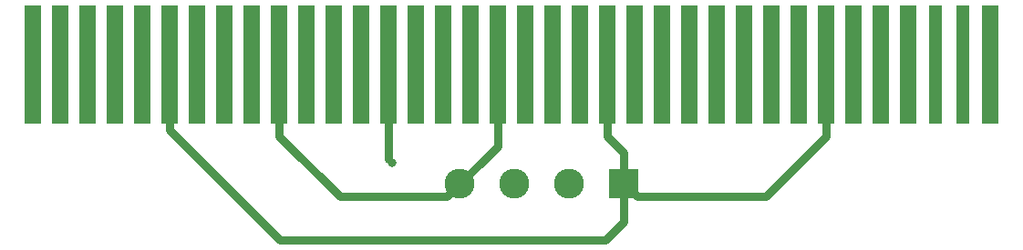
<source format=gbr>
%TF.GenerationSoftware,KiCad,Pcbnew,8.0.2*%
%TF.CreationDate,2024-05-13T11:46:23-04:00*%
%TF.ProjectId,IBM-PS2-Model-70-HDD-Power-adapter,49424d2d-5053-4322-9d4d-6f64656c2d37,rev?*%
%TF.SameCoordinates,Original*%
%TF.FileFunction,Copper,L1,Top*%
%TF.FilePolarity,Positive*%
%FSLAX46Y46*%
G04 Gerber Fmt 4.6, Leading zero omitted, Abs format (unit mm)*
G04 Created by KiCad (PCBNEW 8.0.2) date 2024-05-13 11:46:23*
%MOMM*%
%LPD*%
G01*
G04 APERTURE LIST*
%TA.AperFunction,SMDPad,CuDef*%
%ADD10R,1.600000X11.000000*%
%TD*%
%TA.AperFunction,SMDPad,CuDef*%
%ADD11R,1.200000X11.000000*%
%TD*%
%TA.AperFunction,ComponentPad*%
%ADD12R,2.780000X2.780000*%
%TD*%
%TA.AperFunction,ComponentPad*%
%ADD13C,2.780000*%
%TD*%
%TA.AperFunction,ViaPad*%
%ADD14C,0.800000*%
%TD*%
%TA.AperFunction,Conductor*%
%ADD15C,0.800000*%
%TD*%
%TA.AperFunction,Conductor*%
%ADD16C,0.500000*%
%TD*%
%TA.AperFunction,Conductor*%
%ADD17C,0.200000*%
%TD*%
G04 APERTURE END LIST*
D10*
X187962651Y-79724598D03*
D11*
X185422651Y-79724598D03*
X182882651Y-79724598D03*
D10*
X180342651Y-79724598D03*
X177802651Y-79724598D03*
X175262651Y-79724598D03*
X172722651Y-79724598D03*
X170182651Y-79724598D03*
X167642651Y-79724598D03*
X165102651Y-79724598D03*
X162562651Y-79724598D03*
X160022651Y-79724598D03*
X157482651Y-79724598D03*
X154942651Y-79724598D03*
X152402651Y-79724598D03*
X149862651Y-79724598D03*
X147322651Y-79724598D03*
X144782651Y-79724598D03*
X142242651Y-79724598D03*
X139702651Y-79724598D03*
X137162651Y-79724598D03*
X134622651Y-79724598D03*
X132082651Y-79724598D03*
X129542651Y-79724598D03*
X127002651Y-79724598D03*
X124462651Y-79724598D03*
X121922651Y-79724598D03*
X119382651Y-79724598D03*
X116842651Y-79724598D03*
X114302651Y-79724598D03*
X111762651Y-79724598D03*
X109222651Y-79724598D03*
X106682651Y-79724598D03*
X104142651Y-79724598D03*
X101602651Y-79724598D03*
X99062651Y-79724598D03*
D12*
X153950000Y-90810000D03*
D13*
X148870000Y-90810000D03*
X143790000Y-90810000D03*
X138710000Y-90810000D03*
D14*
X132442651Y-88820000D03*
D15*
X121920000Y-86360000D02*
X127560000Y-92000000D01*
X127560000Y-92000000D02*
X137520000Y-92000000D01*
D16*
X121922651Y-86357349D02*
X121920000Y-86360000D01*
D15*
X121922651Y-79724598D02*
X121922651Y-86357349D01*
X142242651Y-79724598D02*
X142242651Y-87277349D01*
X137520000Y-92000000D02*
X142242651Y-87277349D01*
X167080000Y-92000000D02*
X155140000Y-92000000D01*
X153950000Y-90810000D02*
X153950000Y-87910000D01*
X152240000Y-96000000D02*
X122000000Y-96000000D01*
D16*
X152402651Y-86357349D02*
X152400000Y-86360000D01*
D15*
X155140000Y-92000000D02*
X153950000Y-90810000D01*
X172722651Y-86357349D02*
X167080000Y-92000000D01*
X122000000Y-96000000D02*
X111762651Y-85762651D01*
X111762651Y-85762651D02*
X111762651Y-79724598D01*
X152402651Y-79724598D02*
X152402651Y-86357349D01*
X153950000Y-87910000D02*
X152400000Y-86360000D01*
D17*
X111762651Y-83822651D02*
X111760000Y-83825302D01*
D15*
X172722651Y-79724598D02*
X172722651Y-86357349D01*
D17*
X111762651Y-79724598D02*
X111762651Y-83822651D01*
D15*
X132082651Y-88460000D02*
X132082651Y-79724598D01*
X153950000Y-94290000D02*
X152240000Y-96000000D01*
X153950000Y-90810000D02*
X153950000Y-94290000D01*
M02*

</source>
